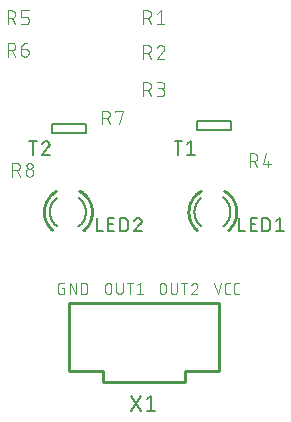
<source format=gbr>
G04 EAGLE Gerber X2 export*
%TF.Part,Single*%
%TF.FileFunction,Legend,Top,1*%
%TF.FilePolarity,Positive*%
%TF.GenerationSoftware,Autodesk,EAGLE,8.6.3*%
%TF.CreationDate,2019-07-23T17:02:53Z*%
G75*
%MOMM*%
%FSLAX34Y34*%
%LPD*%
%AMOC8*
5,1,8,0,0,1.08239X$1,22.5*%
G01*
%ADD10C,0.076200*%
%ADD11C,0.152400*%
%ADD12C,0.254000*%
%ADD13C,0.127000*%
%ADD14C,0.101600*%


D10*
X58036Y117602D02*
X59602Y117602D01*
X59602Y112381D01*
X56469Y112381D01*
X56380Y112383D01*
X56292Y112389D01*
X56204Y112398D01*
X56116Y112411D01*
X56029Y112428D01*
X55943Y112448D01*
X55858Y112473D01*
X55773Y112500D01*
X55690Y112532D01*
X55609Y112566D01*
X55529Y112605D01*
X55451Y112646D01*
X55374Y112691D01*
X55300Y112739D01*
X55227Y112790D01*
X55157Y112844D01*
X55090Y112902D01*
X55024Y112962D01*
X54962Y113024D01*
X54902Y113090D01*
X54844Y113157D01*
X54790Y113227D01*
X54739Y113300D01*
X54691Y113374D01*
X54646Y113451D01*
X54605Y113529D01*
X54566Y113609D01*
X54532Y113690D01*
X54500Y113773D01*
X54473Y113858D01*
X54448Y113943D01*
X54428Y114029D01*
X54411Y114116D01*
X54398Y114204D01*
X54389Y114292D01*
X54383Y114380D01*
X54381Y114469D01*
X54381Y119691D01*
X54383Y119782D01*
X54389Y119873D01*
X54399Y119964D01*
X54413Y120054D01*
X54430Y120143D01*
X54452Y120231D01*
X54478Y120319D01*
X54507Y120405D01*
X54540Y120490D01*
X54577Y120573D01*
X54617Y120655D01*
X54661Y120735D01*
X54708Y120813D01*
X54759Y120889D01*
X54812Y120962D01*
X54869Y121033D01*
X54930Y121102D01*
X54993Y121167D01*
X55058Y121230D01*
X55127Y121290D01*
X55198Y121348D01*
X55271Y121401D01*
X55347Y121452D01*
X55425Y121499D01*
X55505Y121543D01*
X55587Y121583D01*
X55670Y121620D01*
X55755Y121653D01*
X55841Y121682D01*
X55929Y121708D01*
X56017Y121730D01*
X56106Y121747D01*
X56196Y121761D01*
X56287Y121771D01*
X56378Y121777D01*
X56469Y121779D01*
X59602Y121779D01*
X64135Y121779D02*
X64135Y112381D01*
X69356Y112381D02*
X64135Y121779D01*
X69356Y121779D02*
X69356Y112381D01*
X73888Y112381D02*
X73888Y121779D01*
X76499Y121779D01*
X76599Y121777D01*
X76699Y121771D01*
X76798Y121762D01*
X76898Y121748D01*
X76996Y121731D01*
X77094Y121710D01*
X77191Y121686D01*
X77287Y121657D01*
X77382Y121625D01*
X77475Y121590D01*
X77567Y121551D01*
X77658Y121508D01*
X77746Y121462D01*
X77833Y121412D01*
X77918Y121360D01*
X78001Y121304D01*
X78082Y121245D01*
X78160Y121182D01*
X78236Y121117D01*
X78310Y121049D01*
X78380Y120979D01*
X78448Y120905D01*
X78513Y120829D01*
X78576Y120751D01*
X78635Y120670D01*
X78691Y120587D01*
X78743Y120502D01*
X78793Y120415D01*
X78839Y120327D01*
X78882Y120236D01*
X78921Y120144D01*
X78956Y120051D01*
X78988Y119956D01*
X79017Y119860D01*
X79041Y119763D01*
X79062Y119665D01*
X79079Y119567D01*
X79093Y119467D01*
X79102Y119368D01*
X79108Y119268D01*
X79110Y119168D01*
X79109Y119168D02*
X79109Y114992D01*
X79110Y114992D02*
X79108Y114892D01*
X79102Y114792D01*
X79093Y114693D01*
X79079Y114593D01*
X79062Y114495D01*
X79041Y114397D01*
X79017Y114300D01*
X78988Y114204D01*
X78956Y114109D01*
X78921Y114016D01*
X78882Y113924D01*
X78839Y113833D01*
X78793Y113745D01*
X78743Y113658D01*
X78691Y113573D01*
X78635Y113490D01*
X78576Y113409D01*
X78513Y113331D01*
X78448Y113255D01*
X78380Y113181D01*
X78310Y113111D01*
X78236Y113043D01*
X78160Y112978D01*
X78082Y112915D01*
X78001Y112856D01*
X77918Y112800D01*
X77833Y112748D01*
X77746Y112698D01*
X77658Y112652D01*
X77567Y112609D01*
X77475Y112570D01*
X77382Y112535D01*
X77287Y112503D01*
X77191Y112474D01*
X77094Y112450D01*
X76996Y112429D01*
X76898Y112412D01*
X76798Y112398D01*
X76699Y112389D01*
X76599Y112383D01*
X76499Y112381D01*
X73888Y112381D01*
X94381Y114992D02*
X94381Y119168D01*
X94383Y119269D01*
X94389Y119370D01*
X94399Y119471D01*
X94412Y119571D01*
X94430Y119671D01*
X94451Y119770D01*
X94477Y119868D01*
X94506Y119965D01*
X94538Y120061D01*
X94575Y120155D01*
X94615Y120248D01*
X94659Y120340D01*
X94706Y120429D01*
X94757Y120517D01*
X94811Y120603D01*
X94868Y120686D01*
X94928Y120768D01*
X94992Y120846D01*
X95058Y120923D01*
X95128Y120996D01*
X95200Y121067D01*
X95275Y121135D01*
X95353Y121200D01*
X95433Y121262D01*
X95515Y121321D01*
X95600Y121377D01*
X95687Y121429D01*
X95775Y121478D01*
X95866Y121524D01*
X95958Y121565D01*
X96052Y121604D01*
X96147Y121638D01*
X96243Y121669D01*
X96341Y121696D01*
X96439Y121720D01*
X96539Y121739D01*
X96639Y121755D01*
X96739Y121767D01*
X96840Y121775D01*
X96941Y121779D01*
X97043Y121779D01*
X97144Y121775D01*
X97245Y121767D01*
X97345Y121755D01*
X97445Y121739D01*
X97545Y121720D01*
X97643Y121696D01*
X97741Y121669D01*
X97837Y121638D01*
X97932Y121604D01*
X98026Y121565D01*
X98118Y121524D01*
X98209Y121478D01*
X98298Y121429D01*
X98384Y121377D01*
X98469Y121321D01*
X98551Y121262D01*
X98631Y121200D01*
X98709Y121135D01*
X98784Y121067D01*
X98856Y120996D01*
X98926Y120923D01*
X98992Y120846D01*
X99056Y120768D01*
X99116Y120686D01*
X99173Y120603D01*
X99227Y120517D01*
X99278Y120429D01*
X99325Y120340D01*
X99369Y120248D01*
X99409Y120155D01*
X99446Y120061D01*
X99478Y119965D01*
X99507Y119868D01*
X99533Y119770D01*
X99554Y119671D01*
X99572Y119571D01*
X99585Y119471D01*
X99595Y119370D01*
X99601Y119269D01*
X99603Y119168D01*
X99602Y119168D02*
X99602Y114992D01*
X99603Y114992D02*
X99601Y114891D01*
X99595Y114790D01*
X99585Y114689D01*
X99572Y114589D01*
X99554Y114489D01*
X99533Y114390D01*
X99507Y114292D01*
X99478Y114195D01*
X99446Y114099D01*
X99409Y114005D01*
X99369Y113912D01*
X99325Y113820D01*
X99278Y113731D01*
X99227Y113643D01*
X99173Y113557D01*
X99116Y113474D01*
X99056Y113392D01*
X98992Y113314D01*
X98926Y113237D01*
X98856Y113164D01*
X98784Y113093D01*
X98709Y113025D01*
X98631Y112960D01*
X98551Y112898D01*
X98469Y112839D01*
X98384Y112783D01*
X98297Y112731D01*
X98209Y112682D01*
X98118Y112636D01*
X98026Y112595D01*
X97932Y112556D01*
X97837Y112522D01*
X97741Y112491D01*
X97643Y112464D01*
X97545Y112440D01*
X97445Y112421D01*
X97345Y112405D01*
X97245Y112393D01*
X97144Y112385D01*
X97043Y112381D01*
X96941Y112381D01*
X96840Y112385D01*
X96739Y112393D01*
X96639Y112405D01*
X96539Y112421D01*
X96439Y112440D01*
X96341Y112464D01*
X96243Y112491D01*
X96147Y112522D01*
X96052Y112556D01*
X95958Y112595D01*
X95866Y112636D01*
X95775Y112682D01*
X95687Y112731D01*
X95600Y112783D01*
X95515Y112839D01*
X95433Y112898D01*
X95353Y112960D01*
X95275Y113025D01*
X95200Y113093D01*
X95128Y113164D01*
X95058Y113237D01*
X94992Y113314D01*
X94928Y113392D01*
X94868Y113474D01*
X94811Y113557D01*
X94757Y113643D01*
X94706Y113731D01*
X94659Y113820D01*
X94615Y113912D01*
X94575Y114005D01*
X94538Y114099D01*
X94506Y114195D01*
X94477Y114292D01*
X94451Y114390D01*
X94430Y114489D01*
X94412Y114589D01*
X94399Y114689D01*
X94389Y114790D01*
X94383Y114891D01*
X94381Y114992D01*
X103830Y114992D02*
X103830Y121779D01*
X103829Y114992D02*
X103831Y114891D01*
X103837Y114790D01*
X103847Y114689D01*
X103860Y114589D01*
X103878Y114489D01*
X103899Y114390D01*
X103925Y114292D01*
X103954Y114195D01*
X103986Y114099D01*
X104023Y114005D01*
X104063Y113912D01*
X104107Y113820D01*
X104154Y113731D01*
X104205Y113643D01*
X104259Y113557D01*
X104316Y113474D01*
X104376Y113392D01*
X104440Y113314D01*
X104506Y113237D01*
X104576Y113164D01*
X104648Y113093D01*
X104723Y113025D01*
X104801Y112960D01*
X104881Y112898D01*
X104963Y112839D01*
X105048Y112783D01*
X105135Y112731D01*
X105223Y112682D01*
X105314Y112636D01*
X105406Y112595D01*
X105500Y112556D01*
X105595Y112522D01*
X105691Y112491D01*
X105789Y112464D01*
X105887Y112440D01*
X105987Y112421D01*
X106087Y112405D01*
X106187Y112393D01*
X106288Y112385D01*
X106389Y112381D01*
X106491Y112381D01*
X106592Y112385D01*
X106693Y112393D01*
X106793Y112405D01*
X106893Y112421D01*
X106993Y112440D01*
X107091Y112464D01*
X107189Y112491D01*
X107285Y112522D01*
X107380Y112556D01*
X107474Y112595D01*
X107566Y112636D01*
X107657Y112682D01*
X107745Y112731D01*
X107832Y112783D01*
X107917Y112839D01*
X107999Y112898D01*
X108079Y112960D01*
X108157Y113025D01*
X108232Y113093D01*
X108304Y113164D01*
X108374Y113237D01*
X108440Y113314D01*
X108504Y113392D01*
X108564Y113474D01*
X108621Y113557D01*
X108675Y113643D01*
X108726Y113731D01*
X108773Y113820D01*
X108817Y113912D01*
X108857Y114005D01*
X108894Y114099D01*
X108926Y114195D01*
X108955Y114292D01*
X108981Y114390D01*
X109002Y114489D01*
X109020Y114589D01*
X109033Y114689D01*
X109043Y114790D01*
X109049Y114891D01*
X109051Y114992D01*
X109051Y121779D01*
X115280Y121779D02*
X115280Y112381D01*
X112669Y121779D02*
X117890Y121779D01*
X121203Y119691D02*
X123814Y121779D01*
X123814Y112381D01*
X126424Y112381D02*
X121203Y112381D01*
X140381Y114992D02*
X140381Y119168D01*
X140383Y119269D01*
X140389Y119370D01*
X140399Y119471D01*
X140412Y119571D01*
X140430Y119671D01*
X140451Y119770D01*
X140477Y119868D01*
X140506Y119965D01*
X140538Y120061D01*
X140575Y120155D01*
X140615Y120248D01*
X140659Y120340D01*
X140706Y120429D01*
X140757Y120517D01*
X140811Y120603D01*
X140868Y120686D01*
X140928Y120768D01*
X140992Y120846D01*
X141058Y120923D01*
X141128Y120996D01*
X141200Y121067D01*
X141275Y121135D01*
X141353Y121200D01*
X141433Y121262D01*
X141515Y121321D01*
X141600Y121377D01*
X141687Y121429D01*
X141775Y121478D01*
X141866Y121524D01*
X141958Y121565D01*
X142052Y121604D01*
X142147Y121638D01*
X142243Y121669D01*
X142341Y121696D01*
X142439Y121720D01*
X142539Y121739D01*
X142639Y121755D01*
X142739Y121767D01*
X142840Y121775D01*
X142941Y121779D01*
X143043Y121779D01*
X143144Y121775D01*
X143245Y121767D01*
X143345Y121755D01*
X143445Y121739D01*
X143545Y121720D01*
X143643Y121696D01*
X143741Y121669D01*
X143837Y121638D01*
X143932Y121604D01*
X144026Y121565D01*
X144118Y121524D01*
X144209Y121478D01*
X144298Y121429D01*
X144384Y121377D01*
X144469Y121321D01*
X144551Y121262D01*
X144631Y121200D01*
X144709Y121135D01*
X144784Y121067D01*
X144856Y120996D01*
X144926Y120923D01*
X144992Y120846D01*
X145056Y120768D01*
X145116Y120686D01*
X145173Y120603D01*
X145227Y120517D01*
X145278Y120429D01*
X145325Y120340D01*
X145369Y120248D01*
X145409Y120155D01*
X145446Y120061D01*
X145478Y119965D01*
X145507Y119868D01*
X145533Y119770D01*
X145554Y119671D01*
X145572Y119571D01*
X145585Y119471D01*
X145595Y119370D01*
X145601Y119269D01*
X145603Y119168D01*
X145602Y119168D02*
X145602Y114992D01*
X145603Y114992D02*
X145601Y114891D01*
X145595Y114790D01*
X145585Y114689D01*
X145572Y114589D01*
X145554Y114489D01*
X145533Y114390D01*
X145507Y114292D01*
X145478Y114195D01*
X145446Y114099D01*
X145409Y114005D01*
X145369Y113912D01*
X145325Y113820D01*
X145278Y113731D01*
X145227Y113643D01*
X145173Y113557D01*
X145116Y113474D01*
X145056Y113392D01*
X144992Y113314D01*
X144926Y113237D01*
X144856Y113164D01*
X144784Y113093D01*
X144709Y113025D01*
X144631Y112960D01*
X144551Y112898D01*
X144469Y112839D01*
X144384Y112783D01*
X144297Y112731D01*
X144209Y112682D01*
X144118Y112636D01*
X144026Y112595D01*
X143932Y112556D01*
X143837Y112522D01*
X143741Y112491D01*
X143643Y112464D01*
X143545Y112440D01*
X143445Y112421D01*
X143345Y112405D01*
X143245Y112393D01*
X143144Y112385D01*
X143043Y112381D01*
X142941Y112381D01*
X142840Y112385D01*
X142739Y112393D01*
X142639Y112405D01*
X142539Y112421D01*
X142439Y112440D01*
X142341Y112464D01*
X142243Y112491D01*
X142147Y112522D01*
X142052Y112556D01*
X141958Y112595D01*
X141866Y112636D01*
X141775Y112682D01*
X141687Y112731D01*
X141600Y112783D01*
X141515Y112839D01*
X141433Y112898D01*
X141353Y112960D01*
X141275Y113025D01*
X141200Y113093D01*
X141128Y113164D01*
X141058Y113237D01*
X140992Y113314D01*
X140928Y113392D01*
X140868Y113474D01*
X140811Y113557D01*
X140757Y113643D01*
X140706Y113731D01*
X140659Y113820D01*
X140615Y113912D01*
X140575Y114005D01*
X140538Y114099D01*
X140506Y114195D01*
X140477Y114292D01*
X140451Y114390D01*
X140430Y114489D01*
X140412Y114589D01*
X140399Y114689D01*
X140389Y114790D01*
X140383Y114891D01*
X140381Y114992D01*
X149830Y114992D02*
X149830Y121779D01*
X149829Y114992D02*
X149831Y114891D01*
X149837Y114790D01*
X149847Y114689D01*
X149860Y114589D01*
X149878Y114489D01*
X149899Y114390D01*
X149925Y114292D01*
X149954Y114195D01*
X149986Y114099D01*
X150023Y114005D01*
X150063Y113912D01*
X150107Y113820D01*
X150154Y113731D01*
X150205Y113643D01*
X150259Y113557D01*
X150316Y113474D01*
X150376Y113392D01*
X150440Y113314D01*
X150506Y113237D01*
X150576Y113164D01*
X150648Y113093D01*
X150723Y113025D01*
X150801Y112960D01*
X150881Y112898D01*
X150963Y112839D01*
X151048Y112783D01*
X151135Y112731D01*
X151223Y112682D01*
X151314Y112636D01*
X151406Y112595D01*
X151500Y112556D01*
X151595Y112522D01*
X151691Y112491D01*
X151789Y112464D01*
X151887Y112440D01*
X151987Y112421D01*
X152087Y112405D01*
X152187Y112393D01*
X152288Y112385D01*
X152389Y112381D01*
X152491Y112381D01*
X152592Y112385D01*
X152693Y112393D01*
X152793Y112405D01*
X152893Y112421D01*
X152993Y112440D01*
X153091Y112464D01*
X153189Y112491D01*
X153285Y112522D01*
X153380Y112556D01*
X153474Y112595D01*
X153566Y112636D01*
X153657Y112682D01*
X153745Y112731D01*
X153832Y112783D01*
X153917Y112839D01*
X153999Y112898D01*
X154079Y112960D01*
X154157Y113025D01*
X154232Y113093D01*
X154304Y113164D01*
X154374Y113237D01*
X154440Y113314D01*
X154504Y113392D01*
X154564Y113474D01*
X154621Y113557D01*
X154675Y113643D01*
X154726Y113731D01*
X154773Y113820D01*
X154817Y113912D01*
X154857Y114005D01*
X154894Y114099D01*
X154926Y114195D01*
X154955Y114292D01*
X154981Y114390D01*
X155002Y114489D01*
X155020Y114589D01*
X155033Y114689D01*
X155043Y114790D01*
X155049Y114891D01*
X155051Y114992D01*
X155051Y121779D01*
X161280Y121779D02*
X161280Y112381D01*
X158669Y121779D02*
X163890Y121779D01*
X170075Y121780D02*
X170170Y121778D01*
X170264Y121772D01*
X170358Y121763D01*
X170452Y121750D01*
X170545Y121733D01*
X170637Y121712D01*
X170729Y121687D01*
X170819Y121659D01*
X170908Y121627D01*
X170996Y121592D01*
X171082Y121553D01*
X171167Y121511D01*
X171250Y121465D01*
X171331Y121416D01*
X171410Y121364D01*
X171487Y121309D01*
X171561Y121250D01*
X171633Y121189D01*
X171703Y121125D01*
X171770Y121058D01*
X171834Y120988D01*
X171895Y120916D01*
X171954Y120842D01*
X172009Y120765D01*
X172061Y120686D01*
X172110Y120605D01*
X172156Y120522D01*
X172198Y120437D01*
X172237Y120351D01*
X172272Y120263D01*
X172304Y120174D01*
X172332Y120084D01*
X172357Y119992D01*
X172378Y119900D01*
X172395Y119807D01*
X172408Y119713D01*
X172417Y119619D01*
X172423Y119525D01*
X172425Y119430D01*
X170075Y121779D02*
X169967Y121777D01*
X169858Y121771D01*
X169750Y121761D01*
X169643Y121748D01*
X169536Y121730D01*
X169429Y121709D01*
X169324Y121684D01*
X169219Y121655D01*
X169116Y121623D01*
X169014Y121586D01*
X168913Y121546D01*
X168814Y121503D01*
X168716Y121456D01*
X168620Y121405D01*
X168526Y121351D01*
X168434Y121294D01*
X168344Y121233D01*
X168256Y121169D01*
X168171Y121103D01*
X168088Y121033D01*
X168008Y120960D01*
X167930Y120884D01*
X167855Y120806D01*
X167783Y120725D01*
X167714Y120641D01*
X167648Y120555D01*
X167585Y120467D01*
X167526Y120376D01*
X167469Y120284D01*
X167416Y120189D01*
X167367Y120093D01*
X167321Y119994D01*
X167278Y119895D01*
X167239Y119793D01*
X167204Y119691D01*
X171642Y117602D02*
X171711Y117671D01*
X171777Y117742D01*
X171841Y117815D01*
X171902Y117891D01*
X171960Y117970D01*
X172014Y118050D01*
X172066Y118133D01*
X172114Y118217D01*
X172160Y118303D01*
X172201Y118391D01*
X172240Y118481D01*
X172275Y118572D01*
X172306Y118664D01*
X172334Y118757D01*
X172358Y118851D01*
X172378Y118946D01*
X172395Y119042D01*
X172408Y119139D01*
X172417Y119236D01*
X172423Y119333D01*
X172425Y119430D01*
X171641Y117602D02*
X167203Y112381D01*
X172424Y112381D01*
X186381Y121779D02*
X189514Y112381D01*
X192646Y121779D01*
X198110Y112381D02*
X200198Y112381D01*
X198110Y112381D02*
X198021Y112383D01*
X197933Y112389D01*
X197845Y112398D01*
X197757Y112411D01*
X197670Y112428D01*
X197584Y112448D01*
X197499Y112473D01*
X197414Y112500D01*
X197331Y112532D01*
X197250Y112566D01*
X197170Y112605D01*
X197092Y112646D01*
X197015Y112691D01*
X196941Y112739D01*
X196868Y112790D01*
X196798Y112844D01*
X196731Y112902D01*
X196665Y112962D01*
X196603Y113024D01*
X196543Y113090D01*
X196485Y113157D01*
X196431Y113227D01*
X196380Y113300D01*
X196332Y113374D01*
X196287Y113451D01*
X196246Y113529D01*
X196207Y113609D01*
X196173Y113690D01*
X196141Y113773D01*
X196114Y113858D01*
X196089Y113943D01*
X196069Y114029D01*
X196052Y114116D01*
X196039Y114204D01*
X196030Y114292D01*
X196024Y114380D01*
X196022Y114469D01*
X196021Y114469D02*
X196021Y119691D01*
X196022Y119691D02*
X196024Y119782D01*
X196030Y119873D01*
X196040Y119964D01*
X196054Y120054D01*
X196071Y120143D01*
X196093Y120231D01*
X196119Y120319D01*
X196148Y120405D01*
X196181Y120490D01*
X196218Y120573D01*
X196258Y120655D01*
X196302Y120735D01*
X196349Y120813D01*
X196400Y120889D01*
X196453Y120962D01*
X196510Y121033D01*
X196571Y121102D01*
X196634Y121167D01*
X196699Y121230D01*
X196768Y121290D01*
X196839Y121348D01*
X196912Y121401D01*
X196988Y121452D01*
X197066Y121499D01*
X197146Y121543D01*
X197228Y121583D01*
X197311Y121620D01*
X197396Y121653D01*
X197482Y121682D01*
X197570Y121708D01*
X197658Y121730D01*
X197747Y121747D01*
X197837Y121761D01*
X197928Y121771D01*
X198019Y121777D01*
X198110Y121779D01*
X200198Y121779D01*
X205730Y112381D02*
X207818Y112381D01*
X205730Y112381D02*
X205641Y112383D01*
X205553Y112389D01*
X205465Y112398D01*
X205377Y112411D01*
X205290Y112428D01*
X205204Y112448D01*
X205119Y112473D01*
X205034Y112500D01*
X204951Y112532D01*
X204870Y112566D01*
X204790Y112605D01*
X204712Y112646D01*
X204635Y112691D01*
X204561Y112739D01*
X204488Y112790D01*
X204418Y112844D01*
X204351Y112902D01*
X204285Y112962D01*
X204223Y113024D01*
X204163Y113090D01*
X204105Y113157D01*
X204051Y113227D01*
X204000Y113300D01*
X203952Y113374D01*
X203907Y113451D01*
X203866Y113529D01*
X203827Y113609D01*
X203793Y113690D01*
X203761Y113773D01*
X203734Y113858D01*
X203709Y113943D01*
X203689Y114029D01*
X203672Y114116D01*
X203659Y114204D01*
X203650Y114292D01*
X203644Y114380D01*
X203642Y114469D01*
X203641Y114469D02*
X203641Y119691D01*
X203642Y119691D02*
X203644Y119782D01*
X203650Y119873D01*
X203660Y119964D01*
X203674Y120054D01*
X203691Y120143D01*
X203713Y120231D01*
X203739Y120319D01*
X203768Y120405D01*
X203801Y120490D01*
X203838Y120573D01*
X203878Y120655D01*
X203922Y120735D01*
X203969Y120813D01*
X204020Y120889D01*
X204073Y120962D01*
X204130Y121033D01*
X204191Y121102D01*
X204254Y121167D01*
X204319Y121230D01*
X204388Y121290D01*
X204459Y121348D01*
X204532Y121401D01*
X204608Y121452D01*
X204686Y121499D01*
X204766Y121543D01*
X204848Y121583D01*
X204931Y121620D01*
X205016Y121653D01*
X205102Y121682D01*
X205190Y121708D01*
X205278Y121730D01*
X205367Y121747D01*
X205457Y121761D01*
X205548Y121771D01*
X205639Y121777D01*
X205730Y121779D01*
X207818Y121779D01*
D11*
X193998Y169599D02*
X194298Y169818D01*
X194592Y170045D01*
X194880Y170279D01*
X195163Y170520D01*
X195440Y170767D01*
X195711Y171022D01*
X195975Y171283D01*
X196233Y171550D01*
X196484Y171823D01*
X196729Y172103D01*
X196967Y172388D01*
X197197Y172679D01*
X197421Y172976D01*
X197637Y173278D01*
X197846Y173585D01*
X198047Y173897D01*
X198241Y174214D01*
X198427Y174536D01*
X198605Y174862D01*
X198775Y175192D01*
X198937Y175526D01*
X199090Y175864D01*
X199236Y176206D01*
X199373Y176551D01*
X199501Y176900D01*
X199621Y177251D01*
X199733Y177606D01*
X199835Y177963D01*
X199930Y178322D01*
X200015Y178683D01*
X200091Y179047D01*
X200159Y179412D01*
X200217Y179779D01*
X200267Y180147D01*
X200308Y180516D01*
X200339Y180886D01*
X200362Y181257D01*
X200375Y181628D01*
X200380Y182000D01*
X200375Y182372D01*
X200362Y182743D01*
X200339Y183115D01*
X200307Y183485D01*
X200267Y183855D01*
X200217Y184223D01*
X200158Y184591D01*
X200091Y184956D01*
X200014Y185320D01*
X199928Y185682D01*
X199834Y186042D01*
X199731Y186399D01*
X199620Y186754D01*
X199499Y187106D01*
X199370Y187455D01*
X199233Y187800D01*
X199087Y188142D01*
X198933Y188481D01*
X198771Y188816D01*
X198601Y189146D01*
X198422Y189472D01*
X198236Y189794D01*
X198042Y190112D01*
X197840Y190424D01*
X197631Y190731D01*
X197414Y191033D01*
X197190Y191330D01*
X196959Y191622D01*
X196721Y191907D01*
X196475Y192187D01*
X196223Y192460D01*
X195965Y192728D01*
X195700Y192988D01*
X195429Y193243D01*
X195151Y193491D01*
X194868Y193731D01*
X194579Y193965D01*
X194284Y194192D01*
X169900Y182000D02*
X169904Y181635D01*
X169917Y181270D01*
X169939Y180906D01*
X169970Y180543D01*
X170009Y180180D01*
X170057Y179818D01*
X170114Y179458D01*
X170179Y179099D01*
X170252Y178741D01*
X170335Y178386D01*
X170425Y178033D01*
X170525Y177681D01*
X170632Y177333D01*
X170748Y176987D01*
X170872Y176644D01*
X171005Y176304D01*
X171145Y175967D01*
X171293Y175634D01*
X171450Y175304D01*
X171614Y174978D01*
X171786Y174656D01*
X171966Y174339D01*
X172153Y174026D01*
X172347Y173717D01*
X172549Y173413D01*
X172759Y173114D01*
X172975Y172820D01*
X173198Y172532D01*
X173428Y172249D01*
X173665Y171971D01*
X173908Y171699D01*
X174158Y171433D01*
X174414Y171173D01*
X174677Y170920D01*
X174945Y170672D01*
X175219Y170432D01*
X175499Y170197D01*
X175784Y169970D01*
X169900Y182000D02*
X169904Y182365D01*
X169917Y182730D01*
X169939Y183094D01*
X169970Y183457D01*
X170009Y183820D01*
X170057Y184182D01*
X170114Y184542D01*
X170179Y184901D01*
X170252Y185259D01*
X170335Y185614D01*
X170425Y185967D01*
X170525Y186319D01*
X170632Y186667D01*
X170748Y187013D01*
X170872Y187356D01*
X171005Y187696D01*
X171145Y188033D01*
X171293Y188366D01*
X171450Y188696D01*
X171614Y189022D01*
X171786Y189344D01*
X171966Y189661D01*
X172153Y189974D01*
X172347Y190283D01*
X172549Y190587D01*
X172759Y190886D01*
X172975Y191180D01*
X173198Y191468D01*
X173428Y191751D01*
X173665Y192029D01*
X173908Y192301D01*
X174158Y192567D01*
X174414Y192827D01*
X174677Y193080D01*
X174945Y193328D01*
X175219Y193568D01*
X175499Y193803D01*
X175784Y194030D01*
D12*
X205460Y182000D02*
X205454Y181506D01*
X205436Y181012D01*
X205406Y180518D01*
X205364Y180025D01*
X205310Y179534D01*
X205244Y179044D01*
X205166Y178556D01*
X205076Y178069D01*
X204975Y177585D01*
X204861Y177104D01*
X204736Y176626D01*
X204600Y176150D01*
X204452Y175679D01*
X204292Y175211D01*
X204121Y174747D01*
X203939Y174287D01*
X203746Y173832D01*
X203542Y173381D01*
X203327Y172936D01*
X203101Y172496D01*
X202864Y172062D01*
X202617Y171634D01*
X202360Y171212D01*
X202092Y170796D01*
X201814Y170387D01*
X201527Y169985D01*
X201230Y169589D01*
X200923Y169202D01*
X200607Y168821D01*
X200282Y168449D01*
X199947Y168084D01*
X199604Y167728D01*
X199253Y167381D01*
X198893Y167041D01*
X198525Y166711D01*
X198149Y166390D01*
X205460Y182000D02*
X205454Y182488D01*
X205437Y182975D01*
X205407Y183462D01*
X205366Y183949D01*
X205314Y184434D01*
X205249Y184918D01*
X205173Y185400D01*
X205086Y185880D01*
X204987Y186358D01*
X204877Y186833D01*
X204755Y187306D01*
X204622Y187775D01*
X204477Y188242D01*
X204322Y188704D01*
X204155Y189163D01*
X203978Y189618D01*
X203789Y190068D01*
X203590Y190513D01*
X203380Y190954D01*
X203160Y191390D01*
X202929Y191820D01*
X202688Y192244D01*
X202437Y192662D01*
X202176Y193075D01*
X201905Y193481D01*
X201625Y193880D01*
X201335Y194273D01*
X201035Y194658D01*
X200726Y195036D01*
X200409Y195407D01*
X200082Y195769D01*
X199747Y196124D01*
X199404Y196471D01*
X199052Y196809D01*
X198693Y197139D01*
X198325Y197460D01*
X197950Y197773D01*
X197567Y198076D01*
X197178Y198370D01*
X196781Y198654D01*
X196378Y198929D01*
X195968Y199194D01*
X195552Y199449D01*
X195130Y199694D01*
X194702Y199929D01*
X164820Y182000D02*
X164826Y181510D01*
X164844Y181020D01*
X164873Y180531D01*
X164915Y180042D01*
X164968Y179555D01*
X165032Y179069D01*
X165109Y178585D01*
X165197Y178103D01*
X165297Y177623D01*
X165408Y177145D01*
X165531Y176671D01*
X165666Y176199D01*
X165811Y175731D01*
X165968Y175267D01*
X166136Y174806D01*
X166315Y174350D01*
X166505Y173898D01*
X166706Y173451D01*
X166918Y173009D01*
X167140Y172572D01*
X167372Y172140D01*
X167615Y171714D01*
X167869Y171295D01*
X168132Y170881D01*
X168405Y170474D01*
X168688Y170074D01*
X168981Y169680D01*
X169282Y169294D01*
X169594Y168915D01*
X169914Y168544D01*
X170243Y168181D01*
X170580Y167825D01*
X170927Y167478D01*
X171281Y167140D01*
X171644Y166810D01*
X172014Y166488D01*
X164820Y182000D02*
X164826Y182497D01*
X164844Y182994D01*
X164875Y183490D01*
X164917Y183985D01*
X164972Y184479D01*
X165038Y184972D01*
X165117Y185462D01*
X165208Y185951D01*
X165310Y186437D01*
X165425Y186921D01*
X165551Y187401D01*
X165689Y187879D01*
X165838Y188353D01*
X165999Y188823D01*
X166172Y189289D01*
X166356Y189751D01*
X166551Y190208D01*
X166757Y190660D01*
X166974Y191107D01*
X167203Y191548D01*
X167441Y191984D01*
X167691Y192414D01*
X167951Y192837D01*
X168221Y193255D01*
X168501Y193665D01*
X168791Y194068D01*
X169091Y194465D01*
X169401Y194853D01*
X169720Y195234D01*
X170048Y195607D01*
X170385Y195972D01*
X170731Y196329D01*
X171086Y196677D01*
X171449Y197016D01*
X171820Y197347D01*
X172200Y197668D01*
X172587Y197980D01*
X172981Y198282D01*
X173383Y198574D01*
X173792Y198857D01*
X174207Y199129D01*
X174630Y199392D01*
X175058Y199643D01*
D13*
X207585Y177015D02*
X207585Y165585D01*
X212665Y165585D01*
X217491Y165585D02*
X222571Y165585D01*
X217491Y165585D02*
X217491Y177015D01*
X222571Y177015D01*
X221301Y171935D02*
X217491Y171935D01*
X227372Y177015D02*
X227372Y165585D01*
X227372Y177015D02*
X230547Y177015D01*
X230658Y177013D01*
X230768Y177007D01*
X230879Y176998D01*
X230989Y176984D01*
X231098Y176967D01*
X231207Y176946D01*
X231315Y176921D01*
X231422Y176892D01*
X231528Y176860D01*
X231633Y176824D01*
X231736Y176784D01*
X231838Y176741D01*
X231939Y176694D01*
X232038Y176643D01*
X232135Y176590D01*
X232229Y176533D01*
X232322Y176472D01*
X232413Y176409D01*
X232502Y176342D01*
X232588Y176272D01*
X232671Y176199D01*
X232753Y176124D01*
X232831Y176046D01*
X232906Y175964D01*
X232979Y175881D01*
X233049Y175795D01*
X233116Y175706D01*
X233179Y175615D01*
X233240Y175522D01*
X233297Y175428D01*
X233350Y175331D01*
X233401Y175232D01*
X233448Y175131D01*
X233491Y175029D01*
X233531Y174926D01*
X233567Y174821D01*
X233599Y174715D01*
X233628Y174608D01*
X233653Y174500D01*
X233674Y174391D01*
X233691Y174282D01*
X233705Y174172D01*
X233714Y174061D01*
X233720Y173951D01*
X233722Y173840D01*
X233722Y168760D01*
X233720Y168649D01*
X233714Y168539D01*
X233705Y168428D01*
X233691Y168318D01*
X233674Y168209D01*
X233653Y168100D01*
X233628Y167992D01*
X233599Y167885D01*
X233567Y167779D01*
X233531Y167674D01*
X233491Y167571D01*
X233448Y167469D01*
X233401Y167368D01*
X233350Y167269D01*
X233297Y167172D01*
X233240Y167078D01*
X233179Y166985D01*
X233116Y166894D01*
X233049Y166805D01*
X232979Y166719D01*
X232906Y166636D01*
X232831Y166554D01*
X232753Y166476D01*
X232671Y166401D01*
X232588Y166328D01*
X232502Y166258D01*
X232413Y166191D01*
X232322Y166128D01*
X232229Y166067D01*
X232134Y166010D01*
X232038Y165957D01*
X231939Y165906D01*
X231838Y165859D01*
X231736Y165816D01*
X231633Y165776D01*
X231528Y165740D01*
X231422Y165708D01*
X231315Y165679D01*
X231207Y165654D01*
X231098Y165633D01*
X230989Y165616D01*
X230879Y165602D01*
X230768Y165593D01*
X230658Y165587D01*
X230547Y165585D01*
X227372Y165585D01*
X239183Y174475D02*
X242358Y177015D01*
X242358Y165585D01*
X239183Y165585D02*
X245533Y165585D01*
D11*
X78000Y182000D02*
X77995Y181628D01*
X77982Y181257D01*
X77959Y180886D01*
X77928Y180516D01*
X77887Y180147D01*
X77837Y179779D01*
X77779Y179412D01*
X77711Y179047D01*
X77635Y178683D01*
X77550Y178322D01*
X77455Y177963D01*
X77353Y177606D01*
X77241Y177251D01*
X77121Y176900D01*
X76993Y176551D01*
X76856Y176206D01*
X76710Y175864D01*
X76557Y175526D01*
X76395Y175192D01*
X76225Y174862D01*
X76047Y174536D01*
X75861Y174214D01*
X75667Y173897D01*
X75466Y173585D01*
X75257Y173278D01*
X75041Y172976D01*
X74817Y172679D01*
X74587Y172388D01*
X74349Y172103D01*
X74104Y171823D01*
X73853Y171550D01*
X73595Y171283D01*
X73331Y171022D01*
X73060Y170767D01*
X72783Y170520D01*
X72500Y170279D01*
X72212Y170045D01*
X71918Y169818D01*
X71618Y169599D01*
X78000Y182000D02*
X77995Y182372D01*
X77982Y182743D01*
X77959Y183115D01*
X77927Y183485D01*
X77887Y183855D01*
X77837Y184223D01*
X77778Y184591D01*
X77711Y184956D01*
X77634Y185320D01*
X77548Y185682D01*
X77454Y186042D01*
X77351Y186399D01*
X77240Y186754D01*
X77119Y187106D01*
X76990Y187455D01*
X76853Y187800D01*
X76707Y188142D01*
X76553Y188481D01*
X76391Y188816D01*
X76221Y189146D01*
X76042Y189472D01*
X75856Y189794D01*
X75662Y190112D01*
X75460Y190424D01*
X75251Y190731D01*
X75034Y191033D01*
X74810Y191330D01*
X74579Y191622D01*
X74341Y191907D01*
X74095Y192187D01*
X73843Y192460D01*
X73585Y192728D01*
X73320Y192988D01*
X73049Y193243D01*
X72771Y193491D01*
X72488Y193731D01*
X72199Y193965D01*
X71904Y194192D01*
X47520Y182000D02*
X47524Y181635D01*
X47537Y181270D01*
X47559Y180906D01*
X47590Y180543D01*
X47629Y180180D01*
X47677Y179818D01*
X47734Y179458D01*
X47799Y179099D01*
X47872Y178741D01*
X47955Y178386D01*
X48045Y178033D01*
X48145Y177681D01*
X48252Y177333D01*
X48368Y176987D01*
X48492Y176644D01*
X48625Y176304D01*
X48765Y175967D01*
X48913Y175634D01*
X49070Y175304D01*
X49234Y174978D01*
X49406Y174656D01*
X49586Y174339D01*
X49773Y174026D01*
X49967Y173717D01*
X50169Y173413D01*
X50379Y173114D01*
X50595Y172820D01*
X50818Y172532D01*
X51048Y172249D01*
X51285Y171971D01*
X51528Y171699D01*
X51778Y171433D01*
X52034Y171173D01*
X52297Y170920D01*
X52565Y170672D01*
X52839Y170432D01*
X53119Y170197D01*
X53404Y169970D01*
X47520Y182000D02*
X47524Y182365D01*
X47537Y182730D01*
X47559Y183094D01*
X47590Y183457D01*
X47629Y183820D01*
X47677Y184182D01*
X47734Y184542D01*
X47799Y184901D01*
X47872Y185259D01*
X47955Y185614D01*
X48045Y185967D01*
X48145Y186319D01*
X48252Y186667D01*
X48368Y187013D01*
X48492Y187356D01*
X48625Y187696D01*
X48765Y188033D01*
X48913Y188366D01*
X49070Y188696D01*
X49234Y189022D01*
X49406Y189344D01*
X49586Y189661D01*
X49773Y189974D01*
X49967Y190283D01*
X50169Y190587D01*
X50379Y190886D01*
X50595Y191180D01*
X50818Y191468D01*
X51048Y191751D01*
X51285Y192029D01*
X51528Y192301D01*
X51778Y192567D01*
X52034Y192827D01*
X52297Y193080D01*
X52565Y193328D01*
X52839Y193568D01*
X53119Y193803D01*
X53404Y194030D01*
D12*
X83080Y182000D02*
X83074Y181506D01*
X83056Y181012D01*
X83026Y180518D01*
X82984Y180025D01*
X82930Y179534D01*
X82864Y179044D01*
X82786Y178556D01*
X82696Y178069D01*
X82595Y177585D01*
X82481Y177104D01*
X82356Y176626D01*
X82220Y176150D01*
X82072Y175679D01*
X81912Y175211D01*
X81741Y174747D01*
X81559Y174287D01*
X81366Y173832D01*
X81162Y173381D01*
X80947Y172936D01*
X80721Y172496D01*
X80484Y172062D01*
X80237Y171634D01*
X79980Y171212D01*
X79712Y170796D01*
X79434Y170387D01*
X79147Y169985D01*
X78850Y169589D01*
X78543Y169202D01*
X78227Y168821D01*
X77902Y168449D01*
X77567Y168084D01*
X77224Y167728D01*
X76873Y167381D01*
X76513Y167041D01*
X76145Y166711D01*
X75769Y166390D01*
X83080Y182000D02*
X83074Y182488D01*
X83057Y182975D01*
X83027Y183462D01*
X82986Y183949D01*
X82934Y184434D01*
X82869Y184918D01*
X82793Y185400D01*
X82706Y185880D01*
X82607Y186358D01*
X82497Y186833D01*
X82375Y187306D01*
X82242Y187775D01*
X82097Y188242D01*
X81942Y188704D01*
X81775Y189163D01*
X81598Y189618D01*
X81409Y190068D01*
X81210Y190513D01*
X81000Y190954D01*
X80780Y191390D01*
X80549Y191820D01*
X80308Y192244D01*
X80057Y192662D01*
X79796Y193075D01*
X79525Y193481D01*
X79245Y193880D01*
X78955Y194273D01*
X78655Y194658D01*
X78346Y195036D01*
X78029Y195407D01*
X77702Y195769D01*
X77367Y196124D01*
X77024Y196471D01*
X76672Y196809D01*
X76313Y197139D01*
X75945Y197460D01*
X75570Y197773D01*
X75187Y198076D01*
X74798Y198370D01*
X74401Y198654D01*
X73998Y198929D01*
X73588Y199194D01*
X73172Y199449D01*
X72750Y199694D01*
X72322Y199929D01*
X42440Y182000D02*
X42446Y181510D01*
X42464Y181020D01*
X42493Y180531D01*
X42535Y180042D01*
X42588Y179555D01*
X42652Y179069D01*
X42729Y178585D01*
X42817Y178103D01*
X42917Y177623D01*
X43028Y177145D01*
X43151Y176671D01*
X43286Y176199D01*
X43431Y175731D01*
X43588Y175267D01*
X43756Y174806D01*
X43935Y174350D01*
X44125Y173898D01*
X44326Y173451D01*
X44538Y173009D01*
X44760Y172572D01*
X44992Y172140D01*
X45235Y171714D01*
X45489Y171295D01*
X45752Y170881D01*
X46025Y170474D01*
X46308Y170074D01*
X46601Y169680D01*
X46902Y169294D01*
X47214Y168915D01*
X47534Y168544D01*
X47863Y168181D01*
X48200Y167825D01*
X48547Y167478D01*
X48901Y167140D01*
X49264Y166810D01*
X49634Y166488D01*
X42440Y182000D02*
X42446Y182497D01*
X42464Y182994D01*
X42495Y183490D01*
X42537Y183985D01*
X42592Y184479D01*
X42658Y184972D01*
X42737Y185462D01*
X42828Y185951D01*
X42930Y186437D01*
X43045Y186921D01*
X43171Y187401D01*
X43309Y187879D01*
X43458Y188353D01*
X43619Y188823D01*
X43792Y189289D01*
X43976Y189751D01*
X44171Y190208D01*
X44377Y190660D01*
X44594Y191107D01*
X44823Y191548D01*
X45061Y191984D01*
X45311Y192414D01*
X45571Y192837D01*
X45841Y193255D01*
X46121Y193665D01*
X46411Y194068D01*
X46711Y194465D01*
X47021Y194853D01*
X47340Y195234D01*
X47668Y195607D01*
X48005Y195972D01*
X48351Y196329D01*
X48706Y196677D01*
X49069Y197016D01*
X49440Y197347D01*
X49820Y197668D01*
X50207Y197980D01*
X50601Y198282D01*
X51003Y198574D01*
X51412Y198857D01*
X51827Y199129D01*
X52250Y199392D01*
X52678Y199643D01*
D13*
X87205Y177015D02*
X87205Y165585D01*
X92285Y165585D01*
X97111Y165585D02*
X102191Y165585D01*
X97111Y165585D02*
X97111Y177015D01*
X102191Y177015D01*
X100921Y171935D02*
X97111Y171935D01*
X106992Y177015D02*
X106992Y165585D01*
X106992Y177015D02*
X110167Y177015D01*
X110278Y177013D01*
X110388Y177007D01*
X110499Y176998D01*
X110609Y176984D01*
X110718Y176967D01*
X110827Y176946D01*
X110935Y176921D01*
X111042Y176892D01*
X111148Y176860D01*
X111253Y176824D01*
X111356Y176784D01*
X111458Y176741D01*
X111559Y176694D01*
X111658Y176643D01*
X111755Y176590D01*
X111849Y176533D01*
X111942Y176472D01*
X112033Y176409D01*
X112122Y176342D01*
X112208Y176272D01*
X112291Y176199D01*
X112373Y176124D01*
X112451Y176046D01*
X112526Y175964D01*
X112599Y175881D01*
X112669Y175795D01*
X112736Y175706D01*
X112799Y175615D01*
X112860Y175522D01*
X112917Y175428D01*
X112970Y175331D01*
X113021Y175232D01*
X113068Y175131D01*
X113111Y175029D01*
X113151Y174926D01*
X113187Y174821D01*
X113219Y174715D01*
X113248Y174608D01*
X113273Y174500D01*
X113294Y174391D01*
X113311Y174282D01*
X113325Y174172D01*
X113334Y174061D01*
X113340Y173951D01*
X113342Y173840D01*
X113342Y168760D01*
X113340Y168649D01*
X113334Y168539D01*
X113325Y168428D01*
X113311Y168318D01*
X113294Y168209D01*
X113273Y168100D01*
X113248Y167992D01*
X113219Y167885D01*
X113187Y167779D01*
X113151Y167674D01*
X113111Y167571D01*
X113068Y167469D01*
X113021Y167368D01*
X112970Y167269D01*
X112917Y167172D01*
X112860Y167078D01*
X112799Y166985D01*
X112736Y166894D01*
X112669Y166805D01*
X112599Y166719D01*
X112526Y166636D01*
X112451Y166554D01*
X112373Y166476D01*
X112291Y166401D01*
X112208Y166328D01*
X112122Y166258D01*
X112033Y166191D01*
X111942Y166128D01*
X111849Y166067D01*
X111754Y166010D01*
X111658Y165957D01*
X111559Y165906D01*
X111458Y165859D01*
X111356Y165816D01*
X111253Y165776D01*
X111148Y165740D01*
X111042Y165708D01*
X110935Y165679D01*
X110827Y165654D01*
X110718Y165633D01*
X110609Y165616D01*
X110499Y165602D01*
X110388Y165593D01*
X110278Y165587D01*
X110167Y165585D01*
X106992Y165585D01*
X122295Y177016D02*
X122399Y177014D01*
X122504Y177008D01*
X122608Y176999D01*
X122711Y176986D01*
X122814Y176968D01*
X122916Y176948D01*
X123018Y176923D01*
X123118Y176895D01*
X123218Y176863D01*
X123316Y176827D01*
X123413Y176788D01*
X123508Y176746D01*
X123602Y176700D01*
X123694Y176650D01*
X123784Y176598D01*
X123872Y176542D01*
X123958Y176482D01*
X124042Y176420D01*
X124123Y176355D01*
X124202Y176287D01*
X124279Y176215D01*
X124352Y176142D01*
X124424Y176065D01*
X124492Y175986D01*
X124557Y175905D01*
X124619Y175821D01*
X124679Y175735D01*
X124735Y175647D01*
X124787Y175557D01*
X124837Y175465D01*
X124883Y175371D01*
X124925Y175276D01*
X124964Y175179D01*
X125000Y175081D01*
X125032Y174981D01*
X125060Y174881D01*
X125085Y174779D01*
X125105Y174677D01*
X125123Y174574D01*
X125136Y174471D01*
X125145Y174367D01*
X125151Y174262D01*
X125153Y174158D01*
X122295Y177015D02*
X122177Y177013D01*
X122058Y177007D01*
X121940Y176998D01*
X121823Y176985D01*
X121706Y176967D01*
X121589Y176947D01*
X121473Y176922D01*
X121358Y176894D01*
X121245Y176861D01*
X121132Y176826D01*
X121020Y176786D01*
X120910Y176744D01*
X120801Y176697D01*
X120693Y176647D01*
X120588Y176594D01*
X120484Y176537D01*
X120382Y176477D01*
X120282Y176414D01*
X120184Y176347D01*
X120088Y176278D01*
X119995Y176205D01*
X119904Y176129D01*
X119815Y176051D01*
X119729Y175969D01*
X119646Y175885D01*
X119565Y175799D01*
X119488Y175709D01*
X119413Y175618D01*
X119341Y175524D01*
X119272Y175427D01*
X119207Y175329D01*
X119144Y175228D01*
X119085Y175125D01*
X119029Y175021D01*
X118977Y174915D01*
X118928Y174807D01*
X118883Y174698D01*
X118841Y174587D01*
X118803Y174475D01*
X124200Y171936D02*
X124276Y172011D01*
X124351Y172090D01*
X124422Y172171D01*
X124491Y172255D01*
X124556Y172341D01*
X124618Y172429D01*
X124678Y172519D01*
X124734Y172611D01*
X124787Y172706D01*
X124836Y172802D01*
X124882Y172900D01*
X124925Y172999D01*
X124964Y173100D01*
X124999Y173202D01*
X125031Y173305D01*
X125059Y173409D01*
X125084Y173514D01*
X125105Y173621D01*
X125122Y173727D01*
X125135Y173834D01*
X125144Y173942D01*
X125150Y174050D01*
X125152Y174158D01*
X124200Y171935D02*
X118803Y165585D01*
X125153Y165585D01*
D14*
X126658Y340808D02*
X126658Y352492D01*
X129904Y352492D01*
X130017Y352490D01*
X130130Y352484D01*
X130243Y352474D01*
X130356Y352460D01*
X130468Y352443D01*
X130579Y352421D01*
X130689Y352396D01*
X130799Y352366D01*
X130907Y352333D01*
X131014Y352296D01*
X131120Y352256D01*
X131224Y352211D01*
X131327Y352163D01*
X131428Y352112D01*
X131527Y352057D01*
X131624Y351999D01*
X131719Y351937D01*
X131812Y351872D01*
X131902Y351804D01*
X131990Y351733D01*
X132076Y351658D01*
X132159Y351581D01*
X132239Y351501D01*
X132316Y351418D01*
X132391Y351332D01*
X132462Y351244D01*
X132530Y351154D01*
X132595Y351061D01*
X132657Y350966D01*
X132715Y350869D01*
X132770Y350770D01*
X132821Y350669D01*
X132869Y350566D01*
X132914Y350462D01*
X132954Y350356D01*
X132991Y350249D01*
X133024Y350141D01*
X133054Y350031D01*
X133079Y349921D01*
X133101Y349810D01*
X133118Y349698D01*
X133132Y349585D01*
X133142Y349472D01*
X133148Y349359D01*
X133150Y349246D01*
X133148Y349133D01*
X133142Y349020D01*
X133132Y348907D01*
X133118Y348794D01*
X133101Y348682D01*
X133079Y348571D01*
X133054Y348461D01*
X133024Y348351D01*
X132991Y348243D01*
X132954Y348136D01*
X132914Y348030D01*
X132869Y347926D01*
X132821Y347823D01*
X132770Y347722D01*
X132715Y347623D01*
X132657Y347526D01*
X132595Y347431D01*
X132530Y347338D01*
X132462Y347248D01*
X132391Y347160D01*
X132316Y347074D01*
X132239Y346991D01*
X132159Y346911D01*
X132076Y346834D01*
X131990Y346759D01*
X131902Y346688D01*
X131812Y346620D01*
X131719Y346555D01*
X131624Y346493D01*
X131527Y346435D01*
X131428Y346380D01*
X131327Y346329D01*
X131224Y346281D01*
X131120Y346236D01*
X131014Y346196D01*
X130907Y346159D01*
X130799Y346126D01*
X130689Y346096D01*
X130579Y346071D01*
X130468Y346049D01*
X130356Y346032D01*
X130243Y346018D01*
X130130Y346008D01*
X130017Y346002D01*
X129904Y346000D01*
X129904Y346001D02*
X126658Y346001D01*
X130553Y346001D02*
X133149Y340808D01*
X138014Y349896D02*
X141260Y352492D01*
X141260Y340808D01*
X144505Y340808D02*
X138014Y340808D01*
X126658Y323092D02*
X126658Y311408D01*
X126658Y323092D02*
X129904Y323092D01*
X130017Y323090D01*
X130130Y323084D01*
X130243Y323074D01*
X130356Y323060D01*
X130468Y323043D01*
X130579Y323021D01*
X130689Y322996D01*
X130799Y322966D01*
X130907Y322933D01*
X131014Y322896D01*
X131120Y322856D01*
X131224Y322811D01*
X131327Y322763D01*
X131428Y322712D01*
X131527Y322657D01*
X131624Y322599D01*
X131719Y322537D01*
X131812Y322472D01*
X131902Y322404D01*
X131990Y322333D01*
X132076Y322258D01*
X132159Y322181D01*
X132239Y322101D01*
X132316Y322018D01*
X132391Y321932D01*
X132462Y321844D01*
X132530Y321754D01*
X132595Y321661D01*
X132657Y321566D01*
X132715Y321469D01*
X132770Y321370D01*
X132821Y321269D01*
X132869Y321166D01*
X132914Y321062D01*
X132954Y320956D01*
X132991Y320849D01*
X133024Y320741D01*
X133054Y320631D01*
X133079Y320521D01*
X133101Y320410D01*
X133118Y320298D01*
X133132Y320185D01*
X133142Y320072D01*
X133148Y319959D01*
X133150Y319846D01*
X133148Y319733D01*
X133142Y319620D01*
X133132Y319507D01*
X133118Y319394D01*
X133101Y319282D01*
X133079Y319171D01*
X133054Y319061D01*
X133024Y318951D01*
X132991Y318843D01*
X132954Y318736D01*
X132914Y318630D01*
X132869Y318526D01*
X132821Y318423D01*
X132770Y318322D01*
X132715Y318223D01*
X132657Y318126D01*
X132595Y318031D01*
X132530Y317938D01*
X132462Y317848D01*
X132391Y317760D01*
X132316Y317674D01*
X132239Y317591D01*
X132159Y317511D01*
X132076Y317434D01*
X131990Y317359D01*
X131902Y317288D01*
X131812Y317220D01*
X131719Y317155D01*
X131624Y317093D01*
X131527Y317035D01*
X131428Y316980D01*
X131327Y316929D01*
X131224Y316881D01*
X131120Y316836D01*
X131014Y316796D01*
X130907Y316759D01*
X130799Y316726D01*
X130689Y316696D01*
X130579Y316671D01*
X130468Y316649D01*
X130356Y316632D01*
X130243Y316618D01*
X130130Y316608D01*
X130017Y316602D01*
X129904Y316600D01*
X129904Y316601D02*
X126658Y316601D01*
X130553Y316601D02*
X133149Y311408D01*
X144505Y320171D02*
X144503Y320278D01*
X144497Y320384D01*
X144487Y320490D01*
X144474Y320596D01*
X144456Y320702D01*
X144435Y320806D01*
X144410Y320910D01*
X144381Y321013D01*
X144349Y321114D01*
X144312Y321214D01*
X144272Y321313D01*
X144229Y321411D01*
X144182Y321507D01*
X144131Y321601D01*
X144077Y321693D01*
X144020Y321783D01*
X143960Y321871D01*
X143896Y321956D01*
X143829Y322039D01*
X143759Y322120D01*
X143687Y322198D01*
X143611Y322274D01*
X143533Y322346D01*
X143452Y322416D01*
X143369Y322483D01*
X143284Y322547D01*
X143196Y322607D01*
X143106Y322664D01*
X143014Y322718D01*
X142920Y322769D01*
X142824Y322816D01*
X142726Y322859D01*
X142627Y322899D01*
X142527Y322936D01*
X142426Y322968D01*
X142323Y322997D01*
X142219Y323022D01*
X142115Y323043D01*
X142009Y323061D01*
X141903Y323074D01*
X141797Y323084D01*
X141691Y323090D01*
X141584Y323092D01*
X141463Y323090D01*
X141342Y323084D01*
X141222Y323074D01*
X141101Y323061D01*
X140982Y323043D01*
X140862Y323022D01*
X140744Y322997D01*
X140627Y322968D01*
X140510Y322935D01*
X140395Y322899D01*
X140281Y322858D01*
X140168Y322815D01*
X140056Y322767D01*
X139947Y322716D01*
X139839Y322661D01*
X139732Y322603D01*
X139628Y322542D01*
X139526Y322477D01*
X139426Y322409D01*
X139328Y322338D01*
X139232Y322264D01*
X139139Y322187D01*
X139049Y322106D01*
X138961Y322023D01*
X138876Y321937D01*
X138793Y321848D01*
X138714Y321757D01*
X138637Y321663D01*
X138564Y321567D01*
X138494Y321469D01*
X138427Y321368D01*
X138363Y321265D01*
X138303Y321160D01*
X138246Y321053D01*
X138192Y320945D01*
X138142Y320835D01*
X138096Y320723D01*
X138053Y320610D01*
X138014Y320495D01*
X143532Y317899D02*
X143611Y317976D01*
X143687Y318057D01*
X143760Y318140D01*
X143830Y318225D01*
X143897Y318313D01*
X143961Y318403D01*
X144021Y318495D01*
X144078Y318590D01*
X144132Y318686D01*
X144183Y318784D01*
X144230Y318884D01*
X144274Y318986D01*
X144314Y319089D01*
X144350Y319193D01*
X144382Y319299D01*
X144411Y319405D01*
X144436Y319513D01*
X144458Y319621D01*
X144475Y319731D01*
X144489Y319840D01*
X144498Y319950D01*
X144504Y320061D01*
X144506Y320171D01*
X143532Y317899D02*
X138014Y311408D01*
X144505Y311408D01*
X126658Y291692D02*
X126658Y280008D01*
X126658Y291692D02*
X129904Y291692D01*
X130017Y291690D01*
X130130Y291684D01*
X130243Y291674D01*
X130356Y291660D01*
X130468Y291643D01*
X130579Y291621D01*
X130689Y291596D01*
X130799Y291566D01*
X130907Y291533D01*
X131014Y291496D01*
X131120Y291456D01*
X131224Y291411D01*
X131327Y291363D01*
X131428Y291312D01*
X131527Y291257D01*
X131624Y291199D01*
X131719Y291137D01*
X131812Y291072D01*
X131902Y291004D01*
X131990Y290933D01*
X132076Y290858D01*
X132159Y290781D01*
X132239Y290701D01*
X132316Y290618D01*
X132391Y290532D01*
X132462Y290444D01*
X132530Y290354D01*
X132595Y290261D01*
X132657Y290166D01*
X132715Y290069D01*
X132770Y289970D01*
X132821Y289869D01*
X132869Y289766D01*
X132914Y289662D01*
X132954Y289556D01*
X132991Y289449D01*
X133024Y289341D01*
X133054Y289231D01*
X133079Y289121D01*
X133101Y289010D01*
X133118Y288898D01*
X133132Y288785D01*
X133142Y288672D01*
X133148Y288559D01*
X133150Y288446D01*
X133148Y288333D01*
X133142Y288220D01*
X133132Y288107D01*
X133118Y287994D01*
X133101Y287882D01*
X133079Y287771D01*
X133054Y287661D01*
X133024Y287551D01*
X132991Y287443D01*
X132954Y287336D01*
X132914Y287230D01*
X132869Y287126D01*
X132821Y287023D01*
X132770Y286922D01*
X132715Y286823D01*
X132657Y286726D01*
X132595Y286631D01*
X132530Y286538D01*
X132462Y286448D01*
X132391Y286360D01*
X132316Y286274D01*
X132239Y286191D01*
X132159Y286111D01*
X132076Y286034D01*
X131990Y285959D01*
X131902Y285888D01*
X131812Y285820D01*
X131719Y285755D01*
X131624Y285693D01*
X131527Y285635D01*
X131428Y285580D01*
X131327Y285529D01*
X131224Y285481D01*
X131120Y285436D01*
X131014Y285396D01*
X130907Y285359D01*
X130799Y285326D01*
X130689Y285296D01*
X130579Y285271D01*
X130468Y285249D01*
X130356Y285232D01*
X130243Y285218D01*
X130130Y285208D01*
X130017Y285202D01*
X129904Y285200D01*
X129904Y285201D02*
X126658Y285201D01*
X130553Y285201D02*
X133149Y280008D01*
X138014Y280008D02*
X141260Y280008D01*
X141373Y280010D01*
X141486Y280016D01*
X141599Y280026D01*
X141712Y280040D01*
X141824Y280057D01*
X141935Y280079D01*
X142045Y280104D01*
X142155Y280134D01*
X142263Y280167D01*
X142370Y280204D01*
X142476Y280244D01*
X142580Y280289D01*
X142683Y280337D01*
X142784Y280388D01*
X142883Y280443D01*
X142980Y280501D01*
X143075Y280563D01*
X143168Y280628D01*
X143258Y280696D01*
X143346Y280767D01*
X143432Y280842D01*
X143515Y280919D01*
X143595Y280999D01*
X143672Y281082D01*
X143747Y281168D01*
X143818Y281256D01*
X143886Y281346D01*
X143951Y281439D01*
X144013Y281534D01*
X144071Y281631D01*
X144126Y281730D01*
X144177Y281831D01*
X144225Y281934D01*
X144270Y282038D01*
X144310Y282144D01*
X144347Y282251D01*
X144380Y282359D01*
X144410Y282469D01*
X144435Y282579D01*
X144457Y282690D01*
X144474Y282802D01*
X144488Y282915D01*
X144498Y283028D01*
X144504Y283141D01*
X144506Y283254D01*
X144504Y283367D01*
X144498Y283480D01*
X144488Y283593D01*
X144474Y283706D01*
X144457Y283818D01*
X144435Y283929D01*
X144410Y284039D01*
X144380Y284149D01*
X144347Y284257D01*
X144310Y284364D01*
X144270Y284470D01*
X144225Y284574D01*
X144177Y284677D01*
X144126Y284778D01*
X144071Y284877D01*
X144013Y284974D01*
X143951Y285069D01*
X143886Y285162D01*
X143818Y285252D01*
X143747Y285340D01*
X143672Y285426D01*
X143595Y285509D01*
X143515Y285589D01*
X143432Y285666D01*
X143346Y285741D01*
X143258Y285812D01*
X143168Y285880D01*
X143075Y285945D01*
X142980Y286007D01*
X142883Y286065D01*
X142784Y286120D01*
X142683Y286171D01*
X142580Y286219D01*
X142476Y286264D01*
X142370Y286304D01*
X142263Y286341D01*
X142155Y286374D01*
X142045Y286404D01*
X141935Y286429D01*
X141824Y286451D01*
X141712Y286468D01*
X141599Y286482D01*
X141486Y286492D01*
X141373Y286498D01*
X141260Y286500D01*
X141909Y291692D02*
X138014Y291692D01*
X141909Y291692D02*
X142010Y291690D01*
X142110Y291684D01*
X142210Y291674D01*
X142310Y291661D01*
X142409Y291643D01*
X142508Y291622D01*
X142605Y291597D01*
X142702Y291568D01*
X142797Y291535D01*
X142891Y291499D01*
X142983Y291459D01*
X143074Y291416D01*
X143163Y291369D01*
X143250Y291319D01*
X143336Y291265D01*
X143419Y291208D01*
X143499Y291148D01*
X143578Y291085D01*
X143654Y291018D01*
X143727Y290949D01*
X143797Y290877D01*
X143865Y290803D01*
X143930Y290726D01*
X143991Y290646D01*
X144050Y290564D01*
X144105Y290480D01*
X144157Y290394D01*
X144206Y290306D01*
X144251Y290216D01*
X144293Y290124D01*
X144331Y290031D01*
X144365Y289936D01*
X144396Y289841D01*
X144423Y289744D01*
X144446Y289646D01*
X144466Y289547D01*
X144481Y289447D01*
X144493Y289347D01*
X144501Y289247D01*
X144505Y289146D01*
X144505Y289046D01*
X144501Y288945D01*
X144493Y288845D01*
X144481Y288745D01*
X144466Y288645D01*
X144446Y288546D01*
X144423Y288448D01*
X144396Y288351D01*
X144365Y288256D01*
X144331Y288161D01*
X144293Y288068D01*
X144251Y287976D01*
X144206Y287886D01*
X144157Y287798D01*
X144105Y287712D01*
X144050Y287628D01*
X143991Y287546D01*
X143930Y287466D01*
X143865Y287389D01*
X143797Y287315D01*
X143727Y287243D01*
X143654Y287174D01*
X143578Y287107D01*
X143499Y287044D01*
X143419Y286984D01*
X143336Y286927D01*
X143250Y286873D01*
X143163Y286823D01*
X143074Y286776D01*
X142983Y286733D01*
X142891Y286693D01*
X142797Y286657D01*
X142702Y286624D01*
X142605Y286595D01*
X142508Y286570D01*
X142409Y286549D01*
X142310Y286531D01*
X142210Y286518D01*
X142110Y286508D01*
X142010Y286502D01*
X141909Y286500D01*
X141909Y286499D02*
X139313Y286499D01*
X216658Y231492D02*
X216658Y219808D01*
X216658Y231492D02*
X219904Y231492D01*
X220017Y231490D01*
X220130Y231484D01*
X220243Y231474D01*
X220356Y231460D01*
X220468Y231443D01*
X220579Y231421D01*
X220689Y231396D01*
X220799Y231366D01*
X220907Y231333D01*
X221014Y231296D01*
X221120Y231256D01*
X221224Y231211D01*
X221327Y231163D01*
X221428Y231112D01*
X221527Y231057D01*
X221624Y230999D01*
X221719Y230937D01*
X221812Y230872D01*
X221902Y230804D01*
X221990Y230733D01*
X222076Y230658D01*
X222159Y230581D01*
X222239Y230501D01*
X222316Y230418D01*
X222391Y230332D01*
X222462Y230244D01*
X222530Y230154D01*
X222595Y230061D01*
X222657Y229966D01*
X222715Y229869D01*
X222770Y229770D01*
X222821Y229669D01*
X222869Y229566D01*
X222914Y229462D01*
X222954Y229356D01*
X222991Y229249D01*
X223024Y229141D01*
X223054Y229031D01*
X223079Y228921D01*
X223101Y228810D01*
X223118Y228698D01*
X223132Y228585D01*
X223142Y228472D01*
X223148Y228359D01*
X223150Y228246D01*
X223148Y228133D01*
X223142Y228020D01*
X223132Y227907D01*
X223118Y227794D01*
X223101Y227682D01*
X223079Y227571D01*
X223054Y227461D01*
X223024Y227351D01*
X222991Y227243D01*
X222954Y227136D01*
X222914Y227030D01*
X222869Y226926D01*
X222821Y226823D01*
X222770Y226722D01*
X222715Y226623D01*
X222657Y226526D01*
X222595Y226431D01*
X222530Y226338D01*
X222462Y226248D01*
X222391Y226160D01*
X222316Y226074D01*
X222239Y225991D01*
X222159Y225911D01*
X222076Y225834D01*
X221990Y225759D01*
X221902Y225688D01*
X221812Y225620D01*
X221719Y225555D01*
X221624Y225493D01*
X221527Y225435D01*
X221428Y225380D01*
X221327Y225329D01*
X221224Y225281D01*
X221120Y225236D01*
X221014Y225196D01*
X220907Y225159D01*
X220799Y225126D01*
X220689Y225096D01*
X220579Y225071D01*
X220468Y225049D01*
X220356Y225032D01*
X220243Y225018D01*
X220130Y225008D01*
X220017Y225002D01*
X219904Y225000D01*
X219904Y225001D02*
X216658Y225001D01*
X220553Y225001D02*
X223149Y219808D01*
X228014Y222404D02*
X230611Y231492D01*
X228014Y222404D02*
X234505Y222404D01*
X232558Y225001D02*
X232558Y219808D01*
X11658Y340808D02*
X11658Y352492D01*
X14904Y352492D01*
X15017Y352490D01*
X15130Y352484D01*
X15243Y352474D01*
X15356Y352460D01*
X15468Y352443D01*
X15579Y352421D01*
X15689Y352396D01*
X15799Y352366D01*
X15907Y352333D01*
X16014Y352296D01*
X16120Y352256D01*
X16224Y352211D01*
X16327Y352163D01*
X16428Y352112D01*
X16527Y352057D01*
X16624Y351999D01*
X16719Y351937D01*
X16812Y351872D01*
X16902Y351804D01*
X16990Y351733D01*
X17076Y351658D01*
X17159Y351581D01*
X17239Y351501D01*
X17316Y351418D01*
X17391Y351332D01*
X17462Y351244D01*
X17530Y351154D01*
X17595Y351061D01*
X17657Y350966D01*
X17715Y350869D01*
X17770Y350770D01*
X17821Y350669D01*
X17869Y350566D01*
X17914Y350462D01*
X17954Y350356D01*
X17991Y350249D01*
X18024Y350141D01*
X18054Y350031D01*
X18079Y349921D01*
X18101Y349810D01*
X18118Y349698D01*
X18132Y349585D01*
X18142Y349472D01*
X18148Y349359D01*
X18150Y349246D01*
X18148Y349133D01*
X18142Y349020D01*
X18132Y348907D01*
X18118Y348794D01*
X18101Y348682D01*
X18079Y348571D01*
X18054Y348461D01*
X18024Y348351D01*
X17991Y348243D01*
X17954Y348136D01*
X17914Y348030D01*
X17869Y347926D01*
X17821Y347823D01*
X17770Y347722D01*
X17715Y347623D01*
X17657Y347526D01*
X17595Y347431D01*
X17530Y347338D01*
X17462Y347248D01*
X17391Y347160D01*
X17316Y347074D01*
X17239Y346991D01*
X17159Y346911D01*
X17076Y346834D01*
X16990Y346759D01*
X16902Y346688D01*
X16812Y346620D01*
X16719Y346555D01*
X16624Y346493D01*
X16527Y346435D01*
X16428Y346380D01*
X16327Y346329D01*
X16224Y346281D01*
X16120Y346236D01*
X16014Y346196D01*
X15907Y346159D01*
X15799Y346126D01*
X15689Y346096D01*
X15579Y346071D01*
X15468Y346049D01*
X15356Y346032D01*
X15243Y346018D01*
X15130Y346008D01*
X15017Y346002D01*
X14904Y346000D01*
X14904Y346001D02*
X11658Y346001D01*
X15553Y346001D02*
X18149Y340808D01*
X23014Y340808D02*
X26909Y340808D01*
X27008Y340810D01*
X27108Y340816D01*
X27207Y340825D01*
X27305Y340838D01*
X27403Y340855D01*
X27501Y340876D01*
X27597Y340901D01*
X27692Y340929D01*
X27786Y340961D01*
X27879Y340996D01*
X27971Y341035D01*
X28061Y341078D01*
X28149Y341123D01*
X28236Y341173D01*
X28320Y341225D01*
X28403Y341281D01*
X28483Y341339D01*
X28561Y341401D01*
X28636Y341466D01*
X28709Y341534D01*
X28779Y341604D01*
X28847Y341677D01*
X28912Y341752D01*
X28974Y341830D01*
X29032Y341910D01*
X29088Y341993D01*
X29140Y342077D01*
X29190Y342164D01*
X29235Y342252D01*
X29278Y342342D01*
X29317Y342434D01*
X29352Y342527D01*
X29384Y342621D01*
X29412Y342716D01*
X29437Y342812D01*
X29458Y342910D01*
X29475Y343008D01*
X29488Y343106D01*
X29497Y343205D01*
X29503Y343305D01*
X29505Y343404D01*
X29505Y344703D01*
X29503Y344802D01*
X29497Y344902D01*
X29488Y345001D01*
X29475Y345099D01*
X29458Y345197D01*
X29437Y345295D01*
X29412Y345391D01*
X29384Y345486D01*
X29352Y345580D01*
X29317Y345673D01*
X29278Y345765D01*
X29235Y345855D01*
X29190Y345943D01*
X29140Y346030D01*
X29088Y346114D01*
X29032Y346197D01*
X28974Y346277D01*
X28912Y346355D01*
X28847Y346430D01*
X28779Y346503D01*
X28709Y346573D01*
X28636Y346641D01*
X28561Y346706D01*
X28483Y346768D01*
X28403Y346826D01*
X28320Y346882D01*
X28236Y346934D01*
X28149Y346984D01*
X28061Y347029D01*
X27971Y347072D01*
X27879Y347111D01*
X27786Y347146D01*
X27692Y347178D01*
X27597Y347206D01*
X27501Y347231D01*
X27403Y347252D01*
X27305Y347269D01*
X27207Y347282D01*
X27108Y347291D01*
X27008Y347297D01*
X26909Y347299D01*
X23014Y347299D01*
X23014Y352492D01*
X29505Y352492D01*
X11658Y325092D02*
X11658Y313408D01*
X11658Y325092D02*
X14904Y325092D01*
X15017Y325090D01*
X15130Y325084D01*
X15243Y325074D01*
X15356Y325060D01*
X15468Y325043D01*
X15579Y325021D01*
X15689Y324996D01*
X15799Y324966D01*
X15907Y324933D01*
X16014Y324896D01*
X16120Y324856D01*
X16224Y324811D01*
X16327Y324763D01*
X16428Y324712D01*
X16527Y324657D01*
X16624Y324599D01*
X16719Y324537D01*
X16812Y324472D01*
X16902Y324404D01*
X16990Y324333D01*
X17076Y324258D01*
X17159Y324181D01*
X17239Y324101D01*
X17316Y324018D01*
X17391Y323932D01*
X17462Y323844D01*
X17530Y323754D01*
X17595Y323661D01*
X17657Y323566D01*
X17715Y323469D01*
X17770Y323370D01*
X17821Y323269D01*
X17869Y323166D01*
X17914Y323062D01*
X17954Y322956D01*
X17991Y322849D01*
X18024Y322741D01*
X18054Y322631D01*
X18079Y322521D01*
X18101Y322410D01*
X18118Y322298D01*
X18132Y322185D01*
X18142Y322072D01*
X18148Y321959D01*
X18150Y321846D01*
X18148Y321733D01*
X18142Y321620D01*
X18132Y321507D01*
X18118Y321394D01*
X18101Y321282D01*
X18079Y321171D01*
X18054Y321061D01*
X18024Y320951D01*
X17991Y320843D01*
X17954Y320736D01*
X17914Y320630D01*
X17869Y320526D01*
X17821Y320423D01*
X17770Y320322D01*
X17715Y320223D01*
X17657Y320126D01*
X17595Y320031D01*
X17530Y319938D01*
X17462Y319848D01*
X17391Y319760D01*
X17316Y319674D01*
X17239Y319591D01*
X17159Y319511D01*
X17076Y319434D01*
X16990Y319359D01*
X16902Y319288D01*
X16812Y319220D01*
X16719Y319155D01*
X16624Y319093D01*
X16527Y319035D01*
X16428Y318980D01*
X16327Y318929D01*
X16224Y318881D01*
X16120Y318836D01*
X16014Y318796D01*
X15907Y318759D01*
X15799Y318726D01*
X15689Y318696D01*
X15579Y318671D01*
X15468Y318649D01*
X15356Y318632D01*
X15243Y318618D01*
X15130Y318608D01*
X15017Y318602D01*
X14904Y318600D01*
X14904Y318601D02*
X11658Y318601D01*
X15553Y318601D02*
X18149Y313408D01*
X23014Y319899D02*
X26909Y319899D01*
X27008Y319897D01*
X27108Y319891D01*
X27207Y319882D01*
X27305Y319869D01*
X27403Y319852D01*
X27501Y319831D01*
X27597Y319806D01*
X27692Y319778D01*
X27786Y319746D01*
X27879Y319711D01*
X27971Y319672D01*
X28061Y319629D01*
X28149Y319584D01*
X28236Y319534D01*
X28320Y319482D01*
X28403Y319426D01*
X28483Y319368D01*
X28561Y319306D01*
X28636Y319241D01*
X28709Y319173D01*
X28779Y319103D01*
X28847Y319030D01*
X28912Y318955D01*
X28974Y318877D01*
X29032Y318797D01*
X29088Y318714D01*
X29140Y318630D01*
X29190Y318543D01*
X29235Y318455D01*
X29278Y318365D01*
X29317Y318273D01*
X29352Y318180D01*
X29384Y318086D01*
X29412Y317991D01*
X29437Y317895D01*
X29458Y317797D01*
X29475Y317699D01*
X29488Y317601D01*
X29497Y317502D01*
X29503Y317402D01*
X29505Y317303D01*
X29505Y316654D01*
X29506Y316654D02*
X29504Y316541D01*
X29498Y316428D01*
X29488Y316315D01*
X29474Y316202D01*
X29457Y316090D01*
X29435Y315979D01*
X29410Y315869D01*
X29380Y315759D01*
X29347Y315651D01*
X29310Y315544D01*
X29270Y315438D01*
X29225Y315334D01*
X29177Y315231D01*
X29126Y315130D01*
X29071Y315031D01*
X29013Y314934D01*
X28951Y314839D01*
X28886Y314746D01*
X28818Y314656D01*
X28747Y314568D01*
X28672Y314482D01*
X28595Y314399D01*
X28515Y314319D01*
X28432Y314242D01*
X28346Y314167D01*
X28258Y314096D01*
X28168Y314028D01*
X28075Y313963D01*
X27980Y313901D01*
X27883Y313843D01*
X27784Y313788D01*
X27683Y313737D01*
X27580Y313689D01*
X27476Y313644D01*
X27370Y313604D01*
X27263Y313567D01*
X27155Y313534D01*
X27045Y313504D01*
X26935Y313479D01*
X26824Y313457D01*
X26712Y313440D01*
X26599Y313426D01*
X26486Y313416D01*
X26373Y313410D01*
X26260Y313408D01*
X26147Y313410D01*
X26034Y313416D01*
X25921Y313426D01*
X25808Y313440D01*
X25696Y313457D01*
X25585Y313479D01*
X25475Y313504D01*
X25365Y313534D01*
X25257Y313567D01*
X25150Y313604D01*
X25044Y313644D01*
X24940Y313689D01*
X24837Y313737D01*
X24736Y313788D01*
X24637Y313843D01*
X24540Y313901D01*
X24445Y313963D01*
X24352Y314028D01*
X24262Y314096D01*
X24174Y314167D01*
X24088Y314242D01*
X24005Y314319D01*
X23925Y314399D01*
X23848Y314482D01*
X23773Y314568D01*
X23702Y314656D01*
X23634Y314746D01*
X23569Y314839D01*
X23507Y314934D01*
X23449Y315031D01*
X23394Y315130D01*
X23343Y315231D01*
X23295Y315334D01*
X23250Y315438D01*
X23210Y315544D01*
X23173Y315651D01*
X23140Y315759D01*
X23110Y315869D01*
X23085Y315979D01*
X23063Y316090D01*
X23046Y316202D01*
X23032Y316315D01*
X23022Y316428D01*
X23016Y316541D01*
X23014Y316654D01*
X23014Y319899D01*
X23016Y320042D01*
X23022Y320185D01*
X23032Y320328D01*
X23046Y320470D01*
X23063Y320612D01*
X23085Y320754D01*
X23110Y320895D01*
X23140Y321035D01*
X23173Y321174D01*
X23210Y321312D01*
X23251Y321449D01*
X23295Y321585D01*
X23344Y321720D01*
X23396Y321853D01*
X23451Y321985D01*
X23511Y322115D01*
X23574Y322244D01*
X23640Y322371D01*
X23710Y322495D01*
X23783Y322618D01*
X23860Y322739D01*
X23940Y322858D01*
X24023Y322974D01*
X24109Y323089D01*
X24198Y323200D01*
X24291Y323310D01*
X24386Y323416D01*
X24485Y323520D01*
X24586Y323621D01*
X24690Y323720D01*
X24796Y323815D01*
X24906Y323908D01*
X25017Y323997D01*
X25132Y324083D01*
X25248Y324166D01*
X25367Y324246D01*
X25488Y324323D01*
X25610Y324396D01*
X25735Y324466D01*
X25862Y324532D01*
X25991Y324595D01*
X26121Y324655D01*
X26253Y324710D01*
X26386Y324762D01*
X26521Y324811D01*
X26657Y324855D01*
X26794Y324896D01*
X26932Y324933D01*
X27071Y324966D01*
X27211Y324996D01*
X27352Y325021D01*
X27494Y325043D01*
X27636Y325060D01*
X27778Y325074D01*
X27921Y325084D01*
X28064Y325090D01*
X28207Y325092D01*
X91658Y267692D02*
X91658Y256008D01*
X91658Y267692D02*
X94904Y267692D01*
X95017Y267690D01*
X95130Y267684D01*
X95243Y267674D01*
X95356Y267660D01*
X95468Y267643D01*
X95579Y267621D01*
X95689Y267596D01*
X95799Y267566D01*
X95907Y267533D01*
X96014Y267496D01*
X96120Y267456D01*
X96224Y267411D01*
X96327Y267363D01*
X96428Y267312D01*
X96527Y267257D01*
X96624Y267199D01*
X96719Y267137D01*
X96812Y267072D01*
X96902Y267004D01*
X96990Y266933D01*
X97076Y266858D01*
X97159Y266781D01*
X97239Y266701D01*
X97316Y266618D01*
X97391Y266532D01*
X97462Y266444D01*
X97530Y266354D01*
X97595Y266261D01*
X97657Y266166D01*
X97715Y266069D01*
X97770Y265970D01*
X97821Y265869D01*
X97869Y265766D01*
X97914Y265662D01*
X97954Y265556D01*
X97991Y265449D01*
X98024Y265341D01*
X98054Y265231D01*
X98079Y265121D01*
X98101Y265010D01*
X98118Y264898D01*
X98132Y264785D01*
X98142Y264672D01*
X98148Y264559D01*
X98150Y264446D01*
X98148Y264333D01*
X98142Y264220D01*
X98132Y264107D01*
X98118Y263994D01*
X98101Y263882D01*
X98079Y263771D01*
X98054Y263661D01*
X98024Y263551D01*
X97991Y263443D01*
X97954Y263336D01*
X97914Y263230D01*
X97869Y263126D01*
X97821Y263023D01*
X97770Y262922D01*
X97715Y262823D01*
X97657Y262726D01*
X97595Y262631D01*
X97530Y262538D01*
X97462Y262448D01*
X97391Y262360D01*
X97316Y262274D01*
X97239Y262191D01*
X97159Y262111D01*
X97076Y262034D01*
X96990Y261959D01*
X96902Y261888D01*
X96812Y261820D01*
X96719Y261755D01*
X96624Y261693D01*
X96527Y261635D01*
X96428Y261580D01*
X96327Y261529D01*
X96224Y261481D01*
X96120Y261436D01*
X96014Y261396D01*
X95907Y261359D01*
X95799Y261326D01*
X95689Y261296D01*
X95579Y261271D01*
X95468Y261249D01*
X95356Y261232D01*
X95243Y261218D01*
X95130Y261208D01*
X95017Y261202D01*
X94904Y261200D01*
X94904Y261201D02*
X91658Y261201D01*
X95553Y261201D02*
X98149Y256008D01*
X103014Y266394D02*
X103014Y267692D01*
X109505Y267692D01*
X106260Y256008D01*
X15658Y223492D02*
X15658Y211808D01*
X15658Y223492D02*
X18904Y223492D01*
X19017Y223490D01*
X19130Y223484D01*
X19243Y223474D01*
X19356Y223460D01*
X19468Y223443D01*
X19579Y223421D01*
X19689Y223396D01*
X19799Y223366D01*
X19907Y223333D01*
X20014Y223296D01*
X20120Y223256D01*
X20224Y223211D01*
X20327Y223163D01*
X20428Y223112D01*
X20527Y223057D01*
X20624Y222999D01*
X20719Y222937D01*
X20812Y222872D01*
X20902Y222804D01*
X20990Y222733D01*
X21076Y222658D01*
X21159Y222581D01*
X21239Y222501D01*
X21316Y222418D01*
X21391Y222332D01*
X21462Y222244D01*
X21530Y222154D01*
X21595Y222061D01*
X21657Y221966D01*
X21715Y221869D01*
X21770Y221770D01*
X21821Y221669D01*
X21869Y221566D01*
X21914Y221462D01*
X21954Y221356D01*
X21991Y221249D01*
X22024Y221141D01*
X22054Y221031D01*
X22079Y220921D01*
X22101Y220810D01*
X22118Y220698D01*
X22132Y220585D01*
X22142Y220472D01*
X22148Y220359D01*
X22150Y220246D01*
X22148Y220133D01*
X22142Y220020D01*
X22132Y219907D01*
X22118Y219794D01*
X22101Y219682D01*
X22079Y219571D01*
X22054Y219461D01*
X22024Y219351D01*
X21991Y219243D01*
X21954Y219136D01*
X21914Y219030D01*
X21869Y218926D01*
X21821Y218823D01*
X21770Y218722D01*
X21715Y218623D01*
X21657Y218526D01*
X21595Y218431D01*
X21530Y218338D01*
X21462Y218248D01*
X21391Y218160D01*
X21316Y218074D01*
X21239Y217991D01*
X21159Y217911D01*
X21076Y217834D01*
X20990Y217759D01*
X20902Y217688D01*
X20812Y217620D01*
X20719Y217555D01*
X20624Y217493D01*
X20527Y217435D01*
X20428Y217380D01*
X20327Y217329D01*
X20224Y217281D01*
X20120Y217236D01*
X20014Y217196D01*
X19907Y217159D01*
X19799Y217126D01*
X19689Y217096D01*
X19579Y217071D01*
X19468Y217049D01*
X19356Y217032D01*
X19243Y217018D01*
X19130Y217008D01*
X19017Y217002D01*
X18904Y217000D01*
X18904Y217001D02*
X15658Y217001D01*
X19553Y217001D02*
X22149Y211808D01*
X27014Y215054D02*
X27016Y215167D01*
X27022Y215280D01*
X27032Y215393D01*
X27046Y215506D01*
X27063Y215618D01*
X27085Y215729D01*
X27110Y215839D01*
X27140Y215949D01*
X27173Y216057D01*
X27210Y216164D01*
X27250Y216270D01*
X27295Y216374D01*
X27343Y216477D01*
X27394Y216578D01*
X27449Y216677D01*
X27507Y216774D01*
X27569Y216869D01*
X27634Y216962D01*
X27702Y217052D01*
X27773Y217140D01*
X27848Y217226D01*
X27925Y217309D01*
X28005Y217389D01*
X28088Y217466D01*
X28174Y217541D01*
X28262Y217612D01*
X28352Y217680D01*
X28445Y217745D01*
X28540Y217807D01*
X28637Y217865D01*
X28736Y217920D01*
X28837Y217971D01*
X28940Y218019D01*
X29044Y218064D01*
X29150Y218104D01*
X29257Y218141D01*
X29365Y218174D01*
X29475Y218204D01*
X29585Y218229D01*
X29696Y218251D01*
X29808Y218268D01*
X29921Y218282D01*
X30034Y218292D01*
X30147Y218298D01*
X30260Y218300D01*
X30373Y218298D01*
X30486Y218292D01*
X30599Y218282D01*
X30712Y218268D01*
X30824Y218251D01*
X30935Y218229D01*
X31045Y218204D01*
X31155Y218174D01*
X31263Y218141D01*
X31370Y218104D01*
X31476Y218064D01*
X31580Y218019D01*
X31683Y217971D01*
X31784Y217920D01*
X31883Y217865D01*
X31980Y217807D01*
X32075Y217745D01*
X32168Y217680D01*
X32258Y217612D01*
X32346Y217541D01*
X32432Y217466D01*
X32515Y217389D01*
X32595Y217309D01*
X32672Y217226D01*
X32747Y217140D01*
X32818Y217052D01*
X32886Y216962D01*
X32951Y216869D01*
X33013Y216774D01*
X33071Y216677D01*
X33126Y216578D01*
X33177Y216477D01*
X33225Y216374D01*
X33270Y216270D01*
X33310Y216164D01*
X33347Y216057D01*
X33380Y215949D01*
X33410Y215839D01*
X33435Y215729D01*
X33457Y215618D01*
X33474Y215506D01*
X33488Y215393D01*
X33498Y215280D01*
X33504Y215167D01*
X33506Y215054D01*
X33504Y214941D01*
X33498Y214828D01*
X33488Y214715D01*
X33474Y214602D01*
X33457Y214490D01*
X33435Y214379D01*
X33410Y214269D01*
X33380Y214159D01*
X33347Y214051D01*
X33310Y213944D01*
X33270Y213838D01*
X33225Y213734D01*
X33177Y213631D01*
X33126Y213530D01*
X33071Y213431D01*
X33013Y213334D01*
X32951Y213239D01*
X32886Y213146D01*
X32818Y213056D01*
X32747Y212968D01*
X32672Y212882D01*
X32595Y212799D01*
X32515Y212719D01*
X32432Y212642D01*
X32346Y212567D01*
X32258Y212496D01*
X32168Y212428D01*
X32075Y212363D01*
X31980Y212301D01*
X31883Y212243D01*
X31784Y212188D01*
X31683Y212137D01*
X31580Y212089D01*
X31476Y212044D01*
X31370Y212004D01*
X31263Y211967D01*
X31155Y211934D01*
X31045Y211904D01*
X30935Y211879D01*
X30824Y211857D01*
X30712Y211840D01*
X30599Y211826D01*
X30486Y211816D01*
X30373Y211810D01*
X30260Y211808D01*
X30147Y211810D01*
X30034Y211816D01*
X29921Y211826D01*
X29808Y211840D01*
X29696Y211857D01*
X29585Y211879D01*
X29475Y211904D01*
X29365Y211934D01*
X29257Y211967D01*
X29150Y212004D01*
X29044Y212044D01*
X28940Y212089D01*
X28837Y212137D01*
X28736Y212188D01*
X28637Y212243D01*
X28540Y212301D01*
X28445Y212363D01*
X28352Y212428D01*
X28262Y212496D01*
X28174Y212567D01*
X28088Y212642D01*
X28005Y212719D01*
X27925Y212799D01*
X27848Y212882D01*
X27773Y212968D01*
X27702Y213056D01*
X27634Y213146D01*
X27569Y213239D01*
X27507Y213334D01*
X27449Y213431D01*
X27394Y213530D01*
X27343Y213631D01*
X27295Y213734D01*
X27250Y213838D01*
X27210Y213944D01*
X27173Y214051D01*
X27140Y214159D01*
X27110Y214269D01*
X27085Y214379D01*
X27063Y214490D01*
X27046Y214602D01*
X27032Y214715D01*
X27022Y214828D01*
X27016Y214941D01*
X27014Y215054D01*
X27664Y220896D02*
X27666Y220997D01*
X27672Y221097D01*
X27682Y221197D01*
X27695Y221297D01*
X27713Y221396D01*
X27734Y221495D01*
X27759Y221592D01*
X27788Y221689D01*
X27821Y221784D01*
X27857Y221878D01*
X27897Y221970D01*
X27940Y222061D01*
X27987Y222150D01*
X28037Y222237D01*
X28091Y222323D01*
X28148Y222406D01*
X28208Y222486D01*
X28271Y222565D01*
X28338Y222641D01*
X28407Y222714D01*
X28479Y222784D01*
X28553Y222852D01*
X28630Y222917D01*
X28710Y222978D01*
X28792Y223037D01*
X28876Y223092D01*
X28962Y223144D01*
X29050Y223193D01*
X29140Y223238D01*
X29232Y223280D01*
X29325Y223318D01*
X29420Y223352D01*
X29515Y223383D01*
X29612Y223410D01*
X29710Y223433D01*
X29809Y223453D01*
X29909Y223468D01*
X30009Y223480D01*
X30109Y223488D01*
X30210Y223492D01*
X30310Y223492D01*
X30411Y223488D01*
X30511Y223480D01*
X30611Y223468D01*
X30711Y223453D01*
X30810Y223433D01*
X30908Y223410D01*
X31005Y223383D01*
X31100Y223352D01*
X31195Y223318D01*
X31288Y223280D01*
X31380Y223238D01*
X31470Y223193D01*
X31558Y223144D01*
X31644Y223092D01*
X31728Y223037D01*
X31810Y222978D01*
X31890Y222917D01*
X31967Y222852D01*
X32041Y222784D01*
X32113Y222714D01*
X32182Y222641D01*
X32249Y222565D01*
X32312Y222486D01*
X32372Y222406D01*
X32429Y222323D01*
X32483Y222237D01*
X32533Y222150D01*
X32580Y222061D01*
X32623Y221970D01*
X32663Y221878D01*
X32699Y221784D01*
X32732Y221689D01*
X32761Y221592D01*
X32786Y221495D01*
X32807Y221396D01*
X32825Y221297D01*
X32838Y221197D01*
X32848Y221097D01*
X32854Y220997D01*
X32856Y220896D01*
X32854Y220795D01*
X32848Y220695D01*
X32838Y220595D01*
X32825Y220495D01*
X32807Y220396D01*
X32786Y220297D01*
X32761Y220200D01*
X32732Y220103D01*
X32699Y220008D01*
X32663Y219914D01*
X32623Y219822D01*
X32580Y219731D01*
X32533Y219642D01*
X32483Y219555D01*
X32429Y219469D01*
X32372Y219386D01*
X32312Y219306D01*
X32249Y219227D01*
X32182Y219151D01*
X32113Y219078D01*
X32041Y219008D01*
X31967Y218940D01*
X31890Y218875D01*
X31810Y218814D01*
X31728Y218755D01*
X31644Y218700D01*
X31558Y218648D01*
X31470Y218599D01*
X31380Y218554D01*
X31288Y218512D01*
X31195Y218474D01*
X31100Y218440D01*
X31005Y218409D01*
X30908Y218382D01*
X30810Y218359D01*
X30711Y218339D01*
X30611Y218324D01*
X30511Y218312D01*
X30411Y218304D01*
X30310Y218300D01*
X30210Y218300D01*
X30109Y218304D01*
X30009Y218312D01*
X29909Y218324D01*
X29809Y218339D01*
X29710Y218359D01*
X29612Y218382D01*
X29515Y218409D01*
X29420Y218440D01*
X29325Y218474D01*
X29232Y218512D01*
X29140Y218554D01*
X29050Y218599D01*
X28962Y218648D01*
X28876Y218700D01*
X28792Y218755D01*
X28710Y218814D01*
X28630Y218875D01*
X28553Y218940D01*
X28479Y219008D01*
X28407Y219078D01*
X28338Y219151D01*
X28271Y219227D01*
X28208Y219306D01*
X28148Y219386D01*
X28091Y219469D01*
X28037Y219555D01*
X27987Y219642D01*
X27940Y219731D01*
X27897Y219822D01*
X27857Y219914D01*
X27821Y220008D01*
X27788Y220103D01*
X27759Y220200D01*
X27734Y220297D01*
X27713Y220396D01*
X27695Y220495D01*
X27682Y220595D01*
X27672Y220695D01*
X27666Y220795D01*
X27664Y220896D01*
D11*
X172276Y258510D02*
X201232Y258510D01*
X201232Y250890D01*
X172276Y250890D01*
X172276Y258510D01*
D13*
X156340Y241785D02*
X156340Y230355D01*
X153165Y241785D02*
X159515Y241785D01*
X163833Y239245D02*
X167008Y241785D01*
X167008Y230355D01*
X163833Y230355D02*
X170183Y230355D01*
D11*
X78232Y256510D02*
X49276Y256510D01*
X78232Y256510D02*
X78232Y248890D01*
X49276Y248890D01*
X49276Y256510D01*
D13*
X33340Y241785D02*
X33340Y230355D01*
X30165Y241785D02*
X36515Y241785D01*
X44326Y241786D02*
X44430Y241784D01*
X44535Y241778D01*
X44639Y241769D01*
X44742Y241756D01*
X44845Y241738D01*
X44947Y241718D01*
X45049Y241693D01*
X45149Y241665D01*
X45249Y241633D01*
X45347Y241597D01*
X45444Y241558D01*
X45539Y241516D01*
X45633Y241470D01*
X45725Y241420D01*
X45815Y241368D01*
X45903Y241312D01*
X45989Y241252D01*
X46073Y241190D01*
X46154Y241125D01*
X46233Y241057D01*
X46310Y240985D01*
X46383Y240912D01*
X46455Y240835D01*
X46523Y240756D01*
X46588Y240675D01*
X46650Y240591D01*
X46710Y240505D01*
X46766Y240417D01*
X46818Y240327D01*
X46868Y240235D01*
X46914Y240141D01*
X46956Y240046D01*
X46995Y239949D01*
X47031Y239851D01*
X47063Y239751D01*
X47091Y239651D01*
X47116Y239549D01*
X47136Y239447D01*
X47154Y239344D01*
X47167Y239241D01*
X47176Y239137D01*
X47182Y239032D01*
X47184Y238928D01*
X44326Y241785D02*
X44208Y241783D01*
X44089Y241777D01*
X43971Y241768D01*
X43854Y241755D01*
X43737Y241737D01*
X43620Y241717D01*
X43504Y241692D01*
X43389Y241664D01*
X43276Y241631D01*
X43163Y241596D01*
X43051Y241556D01*
X42941Y241514D01*
X42832Y241467D01*
X42724Y241417D01*
X42619Y241364D01*
X42515Y241307D01*
X42413Y241247D01*
X42313Y241184D01*
X42215Y241117D01*
X42119Y241048D01*
X42026Y240975D01*
X41935Y240899D01*
X41846Y240821D01*
X41760Y240739D01*
X41677Y240655D01*
X41596Y240569D01*
X41519Y240479D01*
X41444Y240388D01*
X41372Y240294D01*
X41303Y240197D01*
X41238Y240099D01*
X41175Y239998D01*
X41116Y239895D01*
X41060Y239791D01*
X41008Y239685D01*
X40959Y239577D01*
X40914Y239468D01*
X40872Y239357D01*
X40834Y239245D01*
X46231Y236706D02*
X46307Y236781D01*
X46382Y236860D01*
X46453Y236941D01*
X46522Y237025D01*
X46587Y237111D01*
X46649Y237199D01*
X46709Y237289D01*
X46765Y237381D01*
X46818Y237476D01*
X46867Y237572D01*
X46913Y237670D01*
X46956Y237769D01*
X46995Y237870D01*
X47030Y237972D01*
X47062Y238075D01*
X47090Y238179D01*
X47115Y238284D01*
X47136Y238391D01*
X47153Y238497D01*
X47166Y238604D01*
X47175Y238712D01*
X47181Y238820D01*
X47183Y238928D01*
X46231Y236705D02*
X40833Y230355D01*
X47183Y230355D01*
D12*
X190500Y104775D02*
X190500Y47625D01*
X190500Y104775D02*
X63500Y104775D01*
X63500Y47625D01*
X92075Y47625D01*
X92075Y38100D01*
X161925Y38100D01*
X161925Y47625D01*
X190500Y47625D01*
D11*
X124292Y26038D02*
X115825Y13338D01*
X124292Y13338D02*
X115825Y26038D01*
X129332Y23216D02*
X132860Y26038D01*
X132860Y13338D01*
X129332Y13338D02*
X136388Y13338D01*
M02*

</source>
